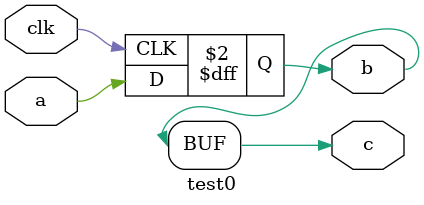
<source format=v>
/* Generated by Yosys 0.9+2406 (git sha1 bd2ecc2d, gcc 11.0.0 -fPIC -Os) */

(* top =  1  *)
(* src = "test0.v:1.1-10.10" *)
module test0(a, b, c, clk);
  (* src = "test0.v:2.9-2.10" *)
  input a;
  (* src = "test0.v:3.10-3.11" *)
  output b;
  reg b;
  (* src = "test0.v:3.13-3.14" *)
  output c;
  (* src = "test0.v:4.9-4.12" *)
  input clk;
  (* src = "test0.v:6.3-9.6" *)
  always @(posedge clk)
      b <= a;
  assign c = b;
endmodule

</source>
